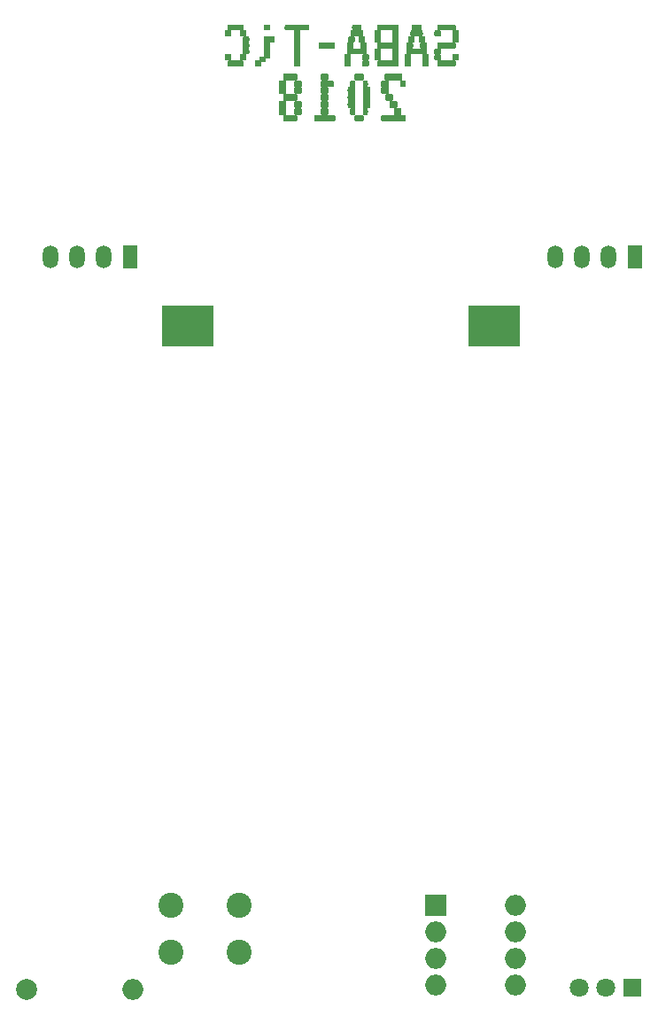
<source format=gbr>
G04 #@! TF.GenerationSoftware,KiCad,Pcbnew,5.0.0-fee4fd1~66~ubuntu18.04.1*
G04 #@! TF.CreationDate,2018-08-08T07:38:06+02:00*
G04 #@! TF.ProjectId,Saba-TIC18,536162612D54494331382E6B69636164,rev?*
G04 #@! TF.SameCoordinates,Original*
G04 #@! TF.FileFunction,Soldermask,Bot*
G04 #@! TF.FilePolarity,Negative*
%FSLAX46Y46*%
G04 Gerber Fmt 4.6, Leading zero omitted, Abs format (unit mm)*
G04 Created by KiCad (PCBNEW 5.0.0-fee4fd1~66~ubuntu18.04.1) date Wed Aug  8 07:38:06 2018*
%MOMM*%
%LPD*%
G01*
G04 APERTURE LIST*
%ADD10C,0.100000*%
%ADD11O,1.470000X2.200000*%
%ADD12R,1.470000X2.200000*%
%ADD13O,2.000000X2.000000*%
%ADD14C,2.000000*%
%ADD15C,1.800000*%
%ADD16R,1.800000X1.800000*%
%ADD17C,2.400000*%
%ADD18R,2.000000X2.000000*%
%ADD19R,4.940000X3.910000*%
G04 APERTURE END LIST*
D10*
G04 #@! TO.C,svg2mod*
G36*
X135651878Y-58778323D02*
X136342440Y-59107163D01*
X136368217Y-58943452D01*
X136375323Y-58778323D01*
X136368571Y-58613020D01*
X136342440Y-58449483D01*
X136368217Y-58285774D01*
X136375323Y-58120645D01*
X136368571Y-57955342D01*
X136342440Y-57791805D01*
X136753489Y-57791805D01*
X137164538Y-57791805D01*
X137138407Y-57955342D01*
X137131655Y-58120645D01*
X137138761Y-58285774D01*
X137164538Y-58449483D01*
X137138407Y-58613020D01*
X137131655Y-58778323D01*
X137138761Y-58943452D01*
X137164538Y-59107163D01*
X136753489Y-59107163D01*
X136342440Y-59107163D01*
X135651878Y-58778323D01*
X137164538Y-59764840D01*
X137138407Y-59928376D01*
X137131655Y-60093680D01*
X137138761Y-60258809D01*
X137164538Y-60422520D01*
X137138407Y-60586056D01*
X137131655Y-60751357D01*
X137138761Y-60916488D01*
X137164538Y-61080198D01*
X136753489Y-61080198D01*
X136342440Y-61080198D01*
X136368217Y-60916488D01*
X136375323Y-60751357D01*
X136368571Y-60586056D01*
X136342440Y-60422520D01*
X136368217Y-60258809D01*
X136375323Y-60093680D01*
X136368571Y-59928376D01*
X136342440Y-59764840D01*
X136753489Y-59764840D01*
X137164538Y-59764840D01*
X135651878Y-58778323D01*
X135658983Y-58943452D01*
X135684760Y-59107163D01*
X135890286Y-59107163D01*
X136095812Y-59107163D01*
X136069679Y-59270698D01*
X136062927Y-59436000D01*
X136070032Y-59601130D01*
X136095812Y-59764840D01*
X135890286Y-59764840D01*
X135684760Y-59764840D01*
X135658629Y-59928376D01*
X135651878Y-60093680D01*
X135658983Y-60258809D01*
X135684760Y-60422520D01*
X135658629Y-60586056D01*
X135651878Y-60751357D01*
X135658983Y-60916488D01*
X135684760Y-61080198D01*
X135890286Y-61080198D01*
X136095812Y-61080198D01*
X136069679Y-61243734D01*
X136062927Y-61409038D01*
X136070032Y-61574166D01*
X136095812Y-61737875D01*
X136753489Y-61737875D01*
X137411166Y-61737875D01*
X137436946Y-61574166D01*
X137444051Y-61409038D01*
X137437299Y-61243734D01*
X137411166Y-61080198D01*
X137616692Y-61080198D01*
X137822218Y-61080198D01*
X137847995Y-60916488D01*
X137855100Y-60751357D01*
X137848349Y-60586056D01*
X137822218Y-60422520D01*
X137847995Y-60258809D01*
X137855100Y-60093680D01*
X137848349Y-59928376D01*
X137822218Y-59764840D01*
X137616692Y-59764840D01*
X137411166Y-59764840D01*
X137436946Y-59601130D01*
X137444051Y-59436000D01*
X137437299Y-59270698D01*
X137411166Y-59107163D01*
X137616692Y-59107163D01*
X137822218Y-59107163D01*
X137847995Y-58943452D01*
X137855100Y-58778323D01*
X137848349Y-58613020D01*
X137822218Y-58449483D01*
X137847995Y-58285774D01*
X137855100Y-58120645D01*
X137848349Y-57955342D01*
X137822218Y-57791805D01*
X137616692Y-57791805D01*
X137411166Y-57791805D01*
X137436946Y-57628094D01*
X137444051Y-57462965D01*
X137437299Y-57297663D01*
X137411166Y-57134125D01*
X136753489Y-57134125D01*
X136095812Y-57134125D01*
X136069679Y-57297663D01*
X136062927Y-57462965D01*
X136070032Y-57628094D01*
X136095812Y-57791805D01*
X135890286Y-57791805D01*
X135684760Y-57791805D01*
X135658629Y-57955342D01*
X135651878Y-58120645D01*
X135658983Y-58285774D01*
X135684760Y-58449483D01*
X135658629Y-58613020D01*
X135651878Y-58778323D01*
X135651878Y-58778323D01*
G37*
G36*
X139058576Y-61080198D02*
X139032443Y-61243734D01*
X139025691Y-61409038D01*
X139032797Y-61574166D01*
X139058576Y-61737875D01*
X140045093Y-61737875D01*
X141031611Y-61737875D01*
X141057390Y-61574166D01*
X141064496Y-61409038D01*
X141057744Y-61243734D01*
X141031611Y-61080198D01*
X140702772Y-61080198D01*
X140373933Y-61080198D01*
X140399711Y-60916488D01*
X140406816Y-60751357D01*
X140400064Y-60586056D01*
X140373933Y-60422520D01*
X140399711Y-60258809D01*
X140406816Y-60093680D01*
X140400064Y-59928376D01*
X140373933Y-59764840D01*
X140399711Y-59601130D01*
X140406816Y-59436000D01*
X140400064Y-59270698D01*
X140373933Y-59107163D01*
X140399711Y-58943452D01*
X140406816Y-58778323D01*
X140400064Y-58613020D01*
X140373933Y-58449483D01*
X140620562Y-58449483D01*
X140867191Y-58449483D01*
X140892970Y-58285774D01*
X140900076Y-58120645D01*
X140893324Y-57955342D01*
X140867191Y-57791805D01*
X140620562Y-57791805D01*
X140373933Y-57791805D01*
X140399711Y-57628094D01*
X140406816Y-57462965D01*
X140400064Y-57297663D01*
X140373933Y-57134125D01*
X140045093Y-57134125D01*
X139716253Y-57134125D01*
X139690122Y-57297663D01*
X139683371Y-57462965D01*
X139690476Y-57628094D01*
X139716253Y-57791805D01*
X139690122Y-57955342D01*
X139683371Y-58120645D01*
X139690476Y-58285774D01*
X139716253Y-58449483D01*
X139690122Y-58613020D01*
X139683371Y-58778323D01*
X139690476Y-58943452D01*
X139716253Y-59107163D01*
X139690122Y-59270698D01*
X139683371Y-59436000D01*
X139690476Y-59601130D01*
X139716253Y-59764840D01*
X139690122Y-59928376D01*
X139683371Y-60093680D01*
X139690476Y-60258809D01*
X139716253Y-60422520D01*
X139690122Y-60586056D01*
X139683371Y-60751357D01*
X139690476Y-60916488D01*
X139716253Y-61080198D01*
X139387415Y-61080198D01*
X139058576Y-61080198D01*
X139058576Y-61080198D01*
G37*
G36*
X142892764Y-57462965D02*
X143747747Y-57791805D01*
X143721614Y-57955342D01*
X143714862Y-58120645D01*
X143721967Y-58285774D01*
X143747747Y-58449483D01*
X143721614Y-58613020D01*
X143714862Y-58778323D01*
X143721967Y-58943452D01*
X143747747Y-59107163D01*
X143721614Y-59270698D01*
X143714862Y-59436000D01*
X143721967Y-59601130D01*
X143747747Y-59764840D01*
X143721614Y-59928376D01*
X143714862Y-60093680D01*
X143721967Y-60258809D01*
X143747747Y-60422520D01*
X143721614Y-60586056D01*
X143714862Y-60751357D01*
X143721967Y-60916488D01*
X143747747Y-61080198D01*
X143953271Y-61080198D01*
X144158795Y-61080198D01*
X144184573Y-60916488D01*
X144191678Y-60751357D01*
X144184926Y-60586056D01*
X144158795Y-60422520D01*
X144282110Y-60422520D01*
X144405424Y-60422520D01*
X144431203Y-60258809D01*
X144438309Y-60093680D01*
X144431557Y-59928376D01*
X144405424Y-59764840D01*
X144431203Y-59601130D01*
X144438309Y-59436000D01*
X144431557Y-59270698D01*
X144405424Y-59107163D01*
X144431203Y-58943452D01*
X144438309Y-58778323D01*
X144431557Y-58613020D01*
X144405424Y-58449483D01*
X144282110Y-58449483D01*
X144158795Y-58449483D01*
X144184573Y-58285774D01*
X144191678Y-58120645D01*
X144184926Y-57955342D01*
X144158795Y-57791805D01*
X143953271Y-57791805D01*
X143747747Y-57791805D01*
X142892764Y-57462965D01*
X142925647Y-57791805D01*
X142720122Y-57791805D01*
X142514598Y-57791805D01*
X142488467Y-57955342D01*
X142481715Y-58120645D01*
X142488821Y-58285774D01*
X142514598Y-58449483D01*
X142391283Y-58449483D01*
X142267969Y-58449483D01*
X142241836Y-58613020D01*
X142235084Y-58778323D01*
X142242190Y-58943452D01*
X142267969Y-59107163D01*
X142241836Y-59270698D01*
X142235084Y-59436000D01*
X142242190Y-59601130D01*
X142267969Y-59764840D01*
X142241836Y-59928376D01*
X142235084Y-60093680D01*
X142242190Y-60258809D01*
X142267969Y-60422520D01*
X142391283Y-60422520D01*
X142514598Y-60422520D01*
X142488467Y-60586056D01*
X142481715Y-60751357D01*
X142488821Y-60916488D01*
X142514598Y-61080198D01*
X142720122Y-61080198D01*
X142925647Y-61080198D01*
X142951426Y-60916488D01*
X142958532Y-60751357D01*
X142951780Y-60586056D01*
X142925647Y-60422520D01*
X142951426Y-60258809D01*
X142958532Y-60093680D01*
X142951780Y-59928376D01*
X142925647Y-59764840D01*
X142951426Y-59601130D01*
X142958532Y-59436000D01*
X142951780Y-59270698D01*
X142925647Y-59107163D01*
X142951426Y-58943452D01*
X142958532Y-58778323D01*
X142951780Y-58613020D01*
X142925647Y-58449483D01*
X142951426Y-58285774D01*
X142958532Y-58120645D01*
X142951780Y-57955342D01*
X142925647Y-57791805D01*
X142892764Y-57462965D01*
X142899869Y-57628094D01*
X142925647Y-57791805D01*
X143336697Y-57791805D01*
X143336697Y-61080198D01*
X142925647Y-61080198D01*
X142899516Y-61243734D01*
X142892764Y-61409038D01*
X142899869Y-61574166D01*
X142925647Y-61737875D01*
X143336697Y-61737875D01*
X143747747Y-61737875D01*
X143773524Y-61574166D01*
X143780629Y-61409038D01*
X143773878Y-61243734D01*
X143747747Y-61080198D01*
X143336697Y-61080198D01*
X143336697Y-57791805D01*
X143747747Y-57791805D01*
X143773524Y-57628094D01*
X143780629Y-57462965D01*
X143773878Y-57297663D01*
X143747747Y-57134125D01*
X143336697Y-57134125D01*
X142925647Y-57134125D01*
X142899516Y-57297663D01*
X142892764Y-57462965D01*
X142892764Y-57462965D01*
G37*
G36*
X145444480Y-58778323D02*
X145451585Y-58943452D01*
X145477362Y-59107163D01*
X145682888Y-59107163D01*
X145888414Y-59107163D01*
X145862281Y-59270698D01*
X145855528Y-59436000D01*
X145862634Y-59601130D01*
X145888414Y-59764840D01*
X146093938Y-59764840D01*
X146299462Y-59764840D01*
X146273329Y-59928376D01*
X146266577Y-60093680D01*
X146273683Y-60258809D01*
X146299462Y-60422520D01*
X146504987Y-60422520D01*
X146710511Y-60422520D01*
X146684378Y-60586056D01*
X146677626Y-60751357D01*
X146684732Y-60916488D01*
X146710511Y-61080198D01*
X146093937Y-61080198D01*
X145477362Y-61080198D01*
X145451231Y-61243734D01*
X145444480Y-61409038D01*
X145451585Y-61574166D01*
X145477362Y-61737875D01*
X146628300Y-61737875D01*
X147779237Y-61737875D01*
X147805016Y-61574166D01*
X147812122Y-61409038D01*
X147805370Y-61243734D01*
X147779237Y-61080198D01*
X147573713Y-61080198D01*
X147368188Y-61080198D01*
X147393968Y-60916488D01*
X147401073Y-60751357D01*
X147394321Y-60586056D01*
X147368188Y-60422520D01*
X147162664Y-60422520D01*
X146957140Y-60422520D01*
X146982919Y-60258809D01*
X146990025Y-60093680D01*
X146983273Y-59928376D01*
X146957140Y-59764840D01*
X146751615Y-59764840D01*
X146546091Y-59764840D01*
X146571870Y-59601130D01*
X146578976Y-59436000D01*
X146572224Y-59270698D01*
X146546091Y-59107163D01*
X146340567Y-59107163D01*
X146135042Y-59107163D01*
X146160819Y-58943452D01*
X146167925Y-58778323D01*
X146161173Y-58613020D01*
X146135042Y-58449483D01*
X146160819Y-58285774D01*
X146167925Y-58120645D01*
X146161173Y-57955342D01*
X146135042Y-57791805D01*
X146710511Y-57791805D01*
X147285980Y-57791805D01*
X147259847Y-57955342D01*
X147253095Y-58120645D01*
X147260200Y-58285774D01*
X147285980Y-58449483D01*
X147532608Y-58449483D01*
X147779237Y-58449483D01*
X147805016Y-58285774D01*
X147812122Y-58120645D01*
X147805370Y-57955342D01*
X147779237Y-57791805D01*
X147614818Y-57791805D01*
X147450400Y-57791805D01*
X147476177Y-57628094D01*
X147483282Y-57462965D01*
X147476531Y-57297663D01*
X147450400Y-57134125D01*
X146628301Y-57134125D01*
X145806202Y-57134125D01*
X145780071Y-57297663D01*
X145773320Y-57462965D01*
X145780425Y-57628094D01*
X145806202Y-57791805D01*
X145641782Y-57791805D01*
X145477362Y-57791805D01*
X145451231Y-57955342D01*
X145444480Y-58120645D01*
X145451585Y-58285774D01*
X145477362Y-58449483D01*
X145451231Y-58613020D01*
X145444480Y-58778323D01*
X145444480Y-58778323D01*
G37*
G36*
X150555733Y-54726580D02*
X150543909Y-54783309D01*
X150535908Y-54840126D01*
X150530796Y-54897347D01*
X150528034Y-54954846D01*
X150527187Y-55012380D01*
X150528113Y-55070057D01*
X150531071Y-55127752D01*
X150536337Y-55184682D01*
X150544398Y-55241676D01*
X150555754Y-55298183D01*
X150543930Y-55354912D01*
X150535929Y-55411734D01*
X150530817Y-55468956D01*
X150528055Y-55526452D01*
X150527209Y-55583989D01*
X150528135Y-55641665D01*
X150531093Y-55699357D01*
X150536358Y-55756291D01*
X150544420Y-55813284D01*
X150555773Y-55869791D01*
X150612896Y-55869791D01*
X150669640Y-55869791D01*
X150727316Y-55869791D01*
X150784313Y-55869791D01*
X150841548Y-55869791D01*
X150829724Y-55926523D01*
X150821723Y-55983337D01*
X150816611Y-56040559D01*
X150813849Y-56098058D01*
X150813002Y-56155594D01*
X150813928Y-56213268D01*
X150816887Y-56270958D01*
X150822154Y-56327894D01*
X150830214Y-56384888D01*
X150841569Y-56441395D01*
X151184452Y-56441395D01*
X151527553Y-56441395D01*
X151870188Y-56441395D01*
X152213414Y-56441395D01*
X152556372Y-56441395D01*
X152567677Y-56385179D01*
X152575729Y-56328399D01*
X152581070Y-56270802D01*
X152584028Y-56212850D01*
X152584955Y-56155594D01*
X152584108Y-56098336D01*
X152581346Y-56040665D01*
X152576252Y-55983583D01*
X152568217Y-55926500D01*
X152556398Y-55869791D01*
X152613649Y-55869791D01*
X152670393Y-55869791D01*
X152728071Y-55869791D01*
X152785068Y-55869791D01*
X152842305Y-55869791D01*
X152853611Y-55813578D01*
X152861662Y-55756793D01*
X152866999Y-55699196D01*
X152869957Y-55641250D01*
X152870883Y-55583989D01*
X152870036Y-55526733D01*
X152867274Y-55469062D01*
X152862180Y-55411978D01*
X152854145Y-55354894D01*
X152842326Y-55298183D01*
X152728026Y-55298183D01*
X152613365Y-55298183D01*
X152499223Y-55298183D01*
X152385210Y-55298183D01*
X152270718Y-55298183D01*
X152258893Y-55354912D01*
X152250892Y-55411734D01*
X152245778Y-55468956D01*
X152243016Y-55526452D01*
X152242169Y-55583989D01*
X152243095Y-55641665D01*
X152246053Y-55699357D01*
X152251318Y-55756291D01*
X152259380Y-55813284D01*
X152270734Y-55869791D01*
X152042136Y-55869791D01*
X151813402Y-55869791D01*
X151584980Y-55869791D01*
X151356163Y-55869791D01*
X151127525Y-55869791D01*
X151138831Y-55813578D01*
X151146885Y-55756793D01*
X151152227Y-55699196D01*
X151155185Y-55641250D01*
X151156111Y-55583989D01*
X151155264Y-55526733D01*
X151152502Y-55469062D01*
X151147408Y-55411978D01*
X151139373Y-55354894D01*
X151127554Y-55298183D01*
X151138860Y-55241972D01*
X151146914Y-55185190D01*
X151152256Y-55127590D01*
X151155214Y-55069639D01*
X151156140Y-55012380D01*
X151155293Y-54955122D01*
X151152531Y-54897453D01*
X151147443Y-54840369D01*
X151139407Y-54783288D01*
X151127589Y-54726580D01*
X151413335Y-54726580D01*
X151699252Y-54726580D01*
X151984780Y-54726580D01*
X152270801Y-54726580D01*
X152556599Y-54726580D01*
X152567904Y-54670361D01*
X152575958Y-54613582D01*
X152581300Y-54555984D01*
X152584258Y-54498033D01*
X152585184Y-54440777D01*
X152584338Y-54383521D01*
X152581575Y-54325845D01*
X152576482Y-54268766D01*
X152568447Y-54211682D01*
X152556628Y-54154974D01*
X152613818Y-54154974D01*
X152670563Y-54154974D01*
X152728240Y-54154974D01*
X152785238Y-54154974D01*
X152842475Y-54154974D01*
X152853780Y-54098758D01*
X152861832Y-54041978D01*
X152867166Y-53984381D01*
X152870124Y-53926430D01*
X152871050Y-53869174D01*
X152870203Y-53811913D01*
X152867441Y-53754244D01*
X152862348Y-53697163D01*
X152854312Y-53640079D01*
X152842493Y-53583368D01*
X152853799Y-53527152D01*
X152861850Y-53470373D01*
X152867187Y-53412770D01*
X152870145Y-53354821D01*
X152871071Y-53297565D01*
X152870224Y-53240304D01*
X152867462Y-53182633D01*
X152862369Y-53125554D01*
X152854333Y-53068468D01*
X152842514Y-53011762D01*
X152785364Y-53011762D01*
X152728619Y-53011762D01*
X152670942Y-53011762D01*
X152613944Y-53011762D01*
X152556708Y-53011762D01*
X152568014Y-52955546D01*
X152576065Y-52898767D01*
X152581407Y-52841164D01*
X152584365Y-52783218D01*
X152585291Y-52725959D01*
X152584444Y-52668701D01*
X152581682Y-52611030D01*
X152576589Y-52553949D01*
X152568554Y-52496867D01*
X152556735Y-52440159D01*
X152213837Y-52440159D01*
X151870736Y-52440159D01*
X151528101Y-52440159D01*
X151184875Y-52440159D01*
X150841918Y-52440159D01*
X150830093Y-52496889D01*
X150822092Y-52553705D01*
X150816981Y-52610927D01*
X150814218Y-52668426D01*
X150813372Y-52725959D01*
X150814298Y-52783636D01*
X150817256Y-52841326D01*
X150822521Y-52898261D01*
X150830583Y-52955255D01*
X150841939Y-53011762D01*
X150784789Y-53011762D01*
X150728046Y-53011762D01*
X150670369Y-53011762D01*
X150613372Y-53011762D01*
X150556137Y-53011762D01*
X150544313Y-53068492D01*
X150536312Y-53125308D01*
X150531197Y-53182530D01*
X150528435Y-53240029D01*
X150527588Y-53297565D01*
X150528514Y-53355242D01*
X150531473Y-53412937D01*
X150536738Y-53469865D01*
X150544800Y-53526861D01*
X150556153Y-53583368D01*
X150670395Y-53583368D01*
X150785056Y-53583368D01*
X150899199Y-53583368D01*
X151013212Y-53583368D01*
X151127704Y-53583368D01*
X151139010Y-53527152D01*
X151147061Y-53470373D01*
X151152403Y-53412770D01*
X151155361Y-53354821D01*
X151156287Y-53297565D01*
X151155441Y-53240304D01*
X151152678Y-53182633D01*
X151147585Y-53125554D01*
X151139550Y-53068468D01*
X151127731Y-53011762D01*
X151356329Y-53011762D01*
X151585062Y-53011762D01*
X151813485Y-53011762D01*
X152042301Y-53011762D01*
X152270939Y-53011762D01*
X152259115Y-53068492D01*
X152251114Y-53125308D01*
X152246000Y-53182530D01*
X152243237Y-53240029D01*
X152242391Y-53297565D01*
X152243317Y-53355242D01*
X152246275Y-53412937D01*
X152251540Y-53469865D01*
X152259602Y-53526861D01*
X152270958Y-53583368D01*
X152259134Y-53640095D01*
X152251133Y-53696917D01*
X152246018Y-53754138D01*
X152243256Y-53811637D01*
X152242409Y-53869174D01*
X152243335Y-53926848D01*
X152246293Y-53984537D01*
X152251559Y-54041473D01*
X152259620Y-54098467D01*
X152270974Y-54154974D01*
X151985226Y-54154974D01*
X151699308Y-54154974D01*
X151413779Y-54154974D01*
X151127757Y-54154974D01*
X150841959Y-54154974D01*
X150830135Y-54211703D01*
X150822134Y-54268520D01*
X150817019Y-54325744D01*
X150814257Y-54383241D01*
X150813410Y-54440777D01*
X150814336Y-54498453D01*
X150817294Y-54556143D01*
X150822560Y-54613079D01*
X150830622Y-54670073D01*
X150841977Y-54726580D01*
X150784828Y-54726580D01*
X150728084Y-54726580D01*
X150670408Y-54726580D01*
X150613411Y-54726580D01*
X150556175Y-54726580D01*
X150555733Y-54726580D01*
X150555733Y-54726580D01*
G37*
G36*
X147666336Y-55583989D02*
X147667262Y-55641665D01*
X148481111Y-54726580D01*
X148492416Y-54670361D01*
X148500470Y-54613582D01*
X148505812Y-54555984D01*
X148508770Y-54498033D01*
X148509696Y-54440777D01*
X148508849Y-54383521D01*
X148506087Y-54325845D01*
X148500999Y-54268766D01*
X148492964Y-54211682D01*
X148481145Y-54154974D01*
X148510064Y-54154974D01*
X148538421Y-54154974D01*
X148566713Y-54154974D01*
X148595307Y-54154974D01*
X148624045Y-54154974D01*
X148635350Y-54098758D01*
X148643402Y-54041978D01*
X148648744Y-53984381D01*
X148651702Y-53926430D01*
X148652628Y-53869174D01*
X148651781Y-53811913D01*
X148649019Y-53754244D01*
X148643926Y-53697163D01*
X148635890Y-53640079D01*
X148624071Y-53583368D01*
X148709795Y-53583368D01*
X148795791Y-53583368D01*
X148881398Y-53583368D01*
X148966907Y-53583368D01*
X149052777Y-53583368D01*
X149040953Y-53640095D01*
X149032952Y-53696917D01*
X149027837Y-53754138D01*
X149025075Y-53811637D01*
X149024228Y-53869174D01*
X149025154Y-53926848D01*
X149028112Y-53984537D01*
X149033378Y-54041473D01*
X149041440Y-54098467D01*
X149052793Y-54154974D01*
X149081712Y-54154974D01*
X149110069Y-54154974D01*
X149138367Y-54154974D01*
X149166964Y-54154974D01*
X149195702Y-54154974D01*
X149183878Y-54211703D01*
X149175877Y-54268520D01*
X149170763Y-54325744D01*
X149168001Y-54383241D01*
X149167154Y-54440777D01*
X149168080Y-54498453D01*
X149171038Y-54556143D01*
X149176303Y-54613079D01*
X149184365Y-54670073D01*
X149195718Y-54726580D01*
X149052844Y-54726580D01*
X148909519Y-54726580D01*
X148766841Y-54726580D01*
X148624326Y-54726580D01*
X148481211Y-54726580D01*
X148481111Y-54726580D01*
X147667262Y-55641665D01*
X147670220Y-55699357D01*
X147675485Y-55756291D01*
X147683547Y-55813284D01*
X147694900Y-55869791D01*
X147683076Y-55926523D01*
X147675075Y-55983337D01*
X147669963Y-56040559D01*
X147667201Y-56098058D01*
X147666354Y-56155594D01*
X147667281Y-56213268D01*
X147670239Y-56270958D01*
X147675504Y-56327894D01*
X147683566Y-56384888D01*
X147694922Y-56441395D01*
X147809220Y-56441395D01*
X147923880Y-56441395D01*
X148038022Y-56441395D01*
X148152034Y-56441395D01*
X148266525Y-56441395D01*
X148277831Y-56385179D01*
X148285882Y-56328399D01*
X148291224Y-56270802D01*
X148294182Y-56212850D01*
X148295108Y-56155594D01*
X148294262Y-56098336D01*
X148291500Y-56040665D01*
X148286412Y-55983583D01*
X148278376Y-55926500D01*
X148266557Y-55869791D01*
X148277863Y-55813578D01*
X148285914Y-55756793D01*
X148291256Y-55699196D01*
X148294214Y-55641250D01*
X148295140Y-55583989D01*
X148294294Y-55526733D01*
X148291531Y-55469062D01*
X148286443Y-55411978D01*
X148278408Y-55354894D01*
X148266589Y-55298183D01*
X148495187Y-55298183D01*
X148723922Y-55298183D01*
X148952345Y-55298183D01*
X149181163Y-55298183D01*
X149409802Y-55298183D01*
X149397977Y-55354912D01*
X149389976Y-55411734D01*
X149384865Y-55468956D01*
X149382102Y-55526452D01*
X149381256Y-55583989D01*
X149382182Y-55641665D01*
X149385140Y-55699357D01*
X149390405Y-55756291D01*
X149398467Y-55813284D01*
X149409823Y-55869791D01*
X149397999Y-55926523D01*
X149389998Y-55983337D01*
X149384886Y-56040559D01*
X149382124Y-56098058D01*
X149381277Y-56155594D01*
X149382203Y-56213268D01*
X149385161Y-56270958D01*
X149390426Y-56327894D01*
X149398488Y-56384888D01*
X149409841Y-56441395D01*
X149523953Y-56441395D01*
X149638613Y-56441395D01*
X149752755Y-56441395D01*
X149866767Y-56441395D01*
X149981259Y-56441395D01*
X149992564Y-56385179D01*
X150000615Y-56328399D01*
X150005957Y-56270802D01*
X150008915Y-56212850D01*
X150009841Y-56155594D01*
X150008995Y-56098336D01*
X150006233Y-56040665D01*
X150001139Y-55983583D01*
X149993104Y-55926500D01*
X149981285Y-55869791D01*
X149992591Y-55813578D01*
X150000645Y-55756793D01*
X150005986Y-55699196D01*
X150008945Y-55641250D01*
X150009871Y-55583989D01*
X150009024Y-55526733D01*
X150006262Y-55469062D01*
X150001174Y-55411978D01*
X149993138Y-55354894D01*
X149981319Y-55298183D01*
X149938456Y-55298183D01*
X149895897Y-55298183D01*
X149853342Y-55298183D01*
X149810283Y-55298183D01*
X149766969Y-55298183D01*
X149778274Y-55241972D01*
X149786328Y-55185190D01*
X149791670Y-55127590D01*
X149794628Y-55069639D01*
X149795554Y-55012380D01*
X149794708Y-54955122D01*
X149791945Y-54897453D01*
X149786852Y-54840369D01*
X149778817Y-54783288D01*
X149766998Y-54726580D01*
X149778304Y-54670361D01*
X149786355Y-54613582D01*
X149791697Y-54555984D01*
X149794655Y-54498033D01*
X149795581Y-54440777D01*
X149794734Y-54383521D01*
X149791972Y-54325845D01*
X149786879Y-54268766D01*
X149778843Y-54211682D01*
X149767024Y-54154974D01*
X149738105Y-54154974D01*
X149709748Y-54154974D01*
X149681450Y-54154974D01*
X149652853Y-54154974D01*
X149624115Y-54154974D01*
X149635420Y-54098758D01*
X149643474Y-54041978D01*
X149648816Y-53984381D01*
X149651774Y-53926430D01*
X149652700Y-53869174D01*
X149651854Y-53811913D01*
X149649091Y-53754244D01*
X149644003Y-53697163D01*
X149635968Y-53640079D01*
X149624149Y-53583368D01*
X149581285Y-53583368D01*
X149538726Y-53583368D01*
X149496172Y-53583368D01*
X149453113Y-53583368D01*
X149409799Y-53583368D01*
X149421104Y-53527152D01*
X149429158Y-53470373D01*
X149434500Y-53412770D01*
X149437458Y-53354821D01*
X149438384Y-53297565D01*
X149437537Y-53240304D01*
X149434775Y-53182633D01*
X149429682Y-53125554D01*
X149421647Y-53068468D01*
X149409828Y-53011762D01*
X149380908Y-53011762D01*
X149352551Y-53011762D01*
X149324253Y-53011762D01*
X149295656Y-53011762D01*
X149266918Y-53011762D01*
X149278223Y-52955546D01*
X149286277Y-52898767D01*
X149291619Y-52841164D01*
X149294577Y-52783218D01*
X149295503Y-52725959D01*
X149294657Y-52668701D01*
X149291894Y-52611030D01*
X149286801Y-52553949D01*
X149278766Y-52496867D01*
X149266947Y-52440159D01*
X149095498Y-52440159D01*
X148924388Y-52440159D01*
X148752967Y-52440159D01*
X148581651Y-52440159D01*
X148409541Y-52440159D01*
X148397716Y-52496889D01*
X148389715Y-52553705D01*
X148384601Y-52610927D01*
X148381839Y-52668426D01*
X148380992Y-52725959D01*
X148381918Y-52783636D01*
X148384876Y-52841326D01*
X148390141Y-52898261D01*
X148398203Y-52955255D01*
X148409557Y-53011762D01*
X148380637Y-53011762D01*
X148352280Y-53011762D01*
X148323982Y-53011762D01*
X148295385Y-53011762D01*
X148266647Y-53011762D01*
X148254823Y-53068492D01*
X148246822Y-53125308D01*
X148241710Y-53182530D01*
X148238948Y-53240029D01*
X148238101Y-53297565D01*
X148239027Y-53355242D01*
X148241985Y-53412937D01*
X148247250Y-53469865D01*
X148255312Y-53526861D01*
X148266668Y-53583368D01*
X148223804Y-53583368D01*
X148181246Y-53583368D01*
X148138692Y-53583368D01*
X148095632Y-53583368D01*
X148052318Y-53583368D01*
X148040494Y-53640095D01*
X148032493Y-53696917D01*
X148027378Y-53754138D01*
X148024616Y-53811637D01*
X148023769Y-53869174D01*
X148024696Y-53926848D01*
X148027654Y-53984537D01*
X148032919Y-54041473D01*
X148040981Y-54098467D01*
X148052337Y-54154974D01*
X148023417Y-54154974D01*
X147995060Y-54154974D01*
X147966762Y-54154974D01*
X147938165Y-54154974D01*
X147909427Y-54154974D01*
X147897603Y-54211703D01*
X147889602Y-54268520D01*
X147884490Y-54325744D01*
X147881728Y-54383241D01*
X147880881Y-54440777D01*
X147881807Y-54498453D01*
X147884765Y-54556143D01*
X147890030Y-54613079D01*
X147898092Y-54670073D01*
X147909448Y-54726580D01*
X147897624Y-54783309D01*
X147889623Y-54840126D01*
X147884511Y-54897347D01*
X147881749Y-54954846D01*
X147880902Y-55012380D01*
X147881828Y-55070057D01*
X147884786Y-55127752D01*
X147890054Y-55184682D01*
X147898113Y-55241676D01*
X147909469Y-55298183D01*
X147866605Y-55298183D01*
X147824046Y-55298183D01*
X147781492Y-55298183D01*
X147738433Y-55298183D01*
X147695119Y-55298183D01*
X147683294Y-55354912D01*
X147675293Y-55411734D01*
X147670182Y-55468956D01*
X147667419Y-55526452D01*
X147666573Y-55583989D01*
X147666336Y-55583989D01*
X147666336Y-55583989D01*
G37*
G36*
X144805513Y-53869174D02*
X145405874Y-54154974D01*
X145417179Y-54098758D01*
X145425233Y-54041978D01*
X145430575Y-53984381D01*
X145433533Y-53926430D01*
X145434459Y-53869174D01*
X145433612Y-53811913D01*
X145430850Y-53754244D01*
X145425762Y-53697163D01*
X145417727Y-53640079D01*
X145405908Y-53583368D01*
X145417214Y-53527152D01*
X145425265Y-53470373D01*
X145430607Y-53412770D01*
X145433565Y-53354821D01*
X145434491Y-53297565D01*
X145433644Y-53240304D01*
X145430882Y-53182633D01*
X145425789Y-53125554D01*
X145417753Y-53068468D01*
X145405934Y-53011762D01*
X145634533Y-53011762D01*
X145863267Y-53011762D01*
X146091690Y-53011762D01*
X146320508Y-53011762D01*
X146549147Y-53011762D01*
X146537323Y-53068492D01*
X146529322Y-53125308D01*
X146524208Y-53182530D01*
X146521445Y-53240029D01*
X146520599Y-53297565D01*
X146521525Y-53355242D01*
X146524483Y-53412937D01*
X146529748Y-53469865D01*
X146537810Y-53526861D01*
X146549163Y-53583368D01*
X146537339Y-53640095D01*
X146529338Y-53696917D01*
X146524223Y-53754138D01*
X146521461Y-53811637D01*
X146520614Y-53869174D01*
X146521541Y-53926848D01*
X146524499Y-53984537D01*
X146529764Y-54041473D01*
X146537826Y-54098467D01*
X146549182Y-54154974D01*
X146320582Y-54154974D01*
X146091848Y-54154974D01*
X145863425Y-54154974D01*
X145634607Y-54154974D01*
X145405968Y-54154974D01*
X145405874Y-54154974D01*
X144805513Y-53869174D01*
X145863328Y-54726580D01*
X146091751Y-54726580D01*
X146320569Y-54726580D01*
X146549207Y-54726580D01*
X146537383Y-54783309D01*
X146529382Y-54840126D01*
X146524270Y-54897347D01*
X146521508Y-54954846D01*
X146520662Y-55012380D01*
X146521588Y-55070057D01*
X146524546Y-55127752D01*
X146529811Y-55184682D01*
X146537873Y-55241676D01*
X146549229Y-55298183D01*
X146537404Y-55354912D01*
X146529403Y-55411734D01*
X146524292Y-55468956D01*
X146521529Y-55526452D01*
X146520683Y-55583989D01*
X146521609Y-55641665D01*
X146524567Y-55699357D01*
X146529837Y-55756291D01*
X146537899Y-55813284D01*
X146549255Y-55869791D01*
X146320656Y-55869791D01*
X146091922Y-55869791D01*
X145863498Y-55869791D01*
X145634681Y-55869791D01*
X145406042Y-55869791D01*
X145417348Y-55813578D01*
X145425402Y-55756793D01*
X145430744Y-55699196D01*
X145433702Y-55641250D01*
X145434628Y-55583989D01*
X145433781Y-55526733D01*
X145431019Y-55469062D01*
X145425931Y-55411978D01*
X145417896Y-55354894D01*
X145406077Y-55298183D01*
X145405968Y-55298183D01*
X145417274Y-55241972D01*
X145425325Y-55185190D01*
X145430667Y-55127590D01*
X145433625Y-55069639D01*
X145434551Y-55012380D01*
X145433705Y-54955122D01*
X145430942Y-54897453D01*
X145425849Y-54840369D01*
X145417814Y-54783288D01*
X145405995Y-54726580D01*
X145634593Y-54726580D01*
X145863328Y-54726580D01*
X144805513Y-53869174D01*
X144806439Y-53926848D01*
X144809397Y-53984537D01*
X144814668Y-54041473D01*
X144822727Y-54098467D01*
X144834083Y-54154974D01*
X144891232Y-54154974D01*
X144947976Y-54154974D01*
X145005652Y-54154974D01*
X145062649Y-54154974D01*
X145119885Y-54154974D01*
X145108060Y-54211703D01*
X145100059Y-54268520D01*
X145094945Y-54325744D01*
X145092183Y-54383241D01*
X145091336Y-54440777D01*
X145092262Y-54498453D01*
X145095220Y-54556143D01*
X145100491Y-54613079D01*
X145108553Y-54670073D01*
X145119906Y-54726580D01*
X145062756Y-54726580D01*
X145006013Y-54726580D01*
X144948336Y-54726580D01*
X144891339Y-54726580D01*
X144834104Y-54726580D01*
X144822280Y-54783309D01*
X144814279Y-54840126D01*
X144809167Y-54897347D01*
X144806405Y-54954846D01*
X144805558Y-55012380D01*
X144806484Y-55070057D01*
X144809442Y-55127752D01*
X144814707Y-55184682D01*
X144822769Y-55241676D01*
X144834123Y-55298183D01*
X144822298Y-55354912D01*
X144814297Y-55411734D01*
X144809183Y-55468956D01*
X144806421Y-55526452D01*
X144805574Y-55583989D01*
X144806500Y-55641665D01*
X144809458Y-55699357D01*
X144814726Y-55756291D01*
X144822788Y-55813284D01*
X144834144Y-55869791D01*
X144891243Y-55869791D01*
X144947987Y-55869791D01*
X145005663Y-55869791D01*
X145062660Y-55869791D01*
X145119896Y-55869791D01*
X145108071Y-55926523D01*
X145100070Y-55983337D01*
X145094956Y-56040559D01*
X145092194Y-56098058D01*
X145091347Y-56155594D01*
X145092273Y-56213268D01*
X145095231Y-56270958D01*
X145100499Y-56327894D01*
X145108561Y-56384888D01*
X145119914Y-56441395D01*
X145519819Y-56441395D01*
X145920104Y-56441395D01*
X146319844Y-56441395D01*
X146720274Y-56441395D01*
X147120391Y-56441395D01*
X147131697Y-56385179D01*
X147139751Y-56328399D01*
X147145093Y-56270802D01*
X147148051Y-56212850D01*
X147148977Y-56155594D01*
X147148130Y-56098336D01*
X147145368Y-56040665D01*
X147140280Y-55983583D01*
X147132245Y-55926500D01*
X147120426Y-55869791D01*
X147131731Y-55813578D01*
X147139783Y-55756793D01*
X147145125Y-55699196D01*
X147148083Y-55641250D01*
X147149009Y-55583989D01*
X147148162Y-55526733D01*
X147145400Y-55469062D01*
X147140306Y-55411978D01*
X147132271Y-55354894D01*
X147120452Y-55298183D01*
X147131758Y-55241972D01*
X147139809Y-55185190D01*
X147145151Y-55127590D01*
X147148109Y-55069639D01*
X147149035Y-55012380D01*
X147148188Y-54955122D01*
X147145426Y-54897453D01*
X147140333Y-54840369D01*
X147132298Y-54783288D01*
X147120479Y-54726580D01*
X147131784Y-54670361D01*
X147139838Y-54613582D01*
X147145180Y-54555984D01*
X147148138Y-54498033D01*
X147149064Y-54440777D01*
X147148217Y-54383521D01*
X147145455Y-54325845D01*
X147140367Y-54268766D01*
X147132332Y-54211682D01*
X147120513Y-54154974D01*
X147131819Y-54098758D01*
X147139870Y-54041978D01*
X147145212Y-53984381D01*
X147148170Y-53926430D01*
X147149096Y-53869174D01*
X147148249Y-53811913D01*
X147145487Y-53754244D01*
X147140394Y-53697163D01*
X147132358Y-53640079D01*
X147120539Y-53583368D01*
X147131845Y-53527152D01*
X147139899Y-53470373D01*
X147145241Y-53412770D01*
X147148199Y-53354821D01*
X147149125Y-53297565D01*
X147148278Y-53240304D01*
X147145516Y-53182633D01*
X147140428Y-53125554D01*
X147132393Y-53068468D01*
X147120574Y-53011762D01*
X147131879Y-52955546D01*
X147139933Y-52898767D01*
X147145275Y-52841164D01*
X147148233Y-52783218D01*
X147149159Y-52725959D01*
X147148313Y-52668701D01*
X147145550Y-52611030D01*
X147140463Y-52553949D01*
X147132427Y-52496867D01*
X147120608Y-52440159D01*
X146720561Y-52440159D01*
X146320276Y-52440159D01*
X145920537Y-52440159D01*
X145520106Y-52440159D01*
X145119989Y-52440159D01*
X145108165Y-52496889D01*
X145100164Y-52553705D01*
X145095052Y-52610927D01*
X145092290Y-52668426D01*
X145091443Y-52725959D01*
X145092369Y-52783636D01*
X145095327Y-52841326D01*
X145100598Y-52898261D01*
X145108660Y-52955255D01*
X145120013Y-53011762D01*
X145062864Y-53011762D01*
X145006119Y-53011762D01*
X144948443Y-53011762D01*
X144891446Y-53011762D01*
X144834211Y-53011762D01*
X144822387Y-53068492D01*
X144814386Y-53125308D01*
X144809274Y-53182530D01*
X144806512Y-53240029D01*
X144805665Y-53297565D01*
X144806591Y-53355242D01*
X144809549Y-53412937D01*
X144814814Y-53469865D01*
X144822876Y-53526861D01*
X144834232Y-53583368D01*
X144822408Y-53640095D01*
X144814407Y-53696917D01*
X144809295Y-53754138D01*
X144806533Y-53811637D01*
X144805686Y-53869174D01*
X144805513Y-53869174D01*
X144805513Y-53869174D01*
G37*
G36*
X141944696Y-55583989D02*
X141945490Y-55641665D01*
X142759465Y-54726580D01*
X142770762Y-54670361D01*
X142778806Y-54613582D01*
X142784150Y-54555984D01*
X142787114Y-54498033D01*
X142787907Y-54440777D01*
X142787114Y-54383521D01*
X142784362Y-54325845D01*
X142779282Y-54268766D01*
X142771239Y-54211682D01*
X142759412Y-54154974D01*
X142788331Y-54154974D01*
X142816686Y-54154974D01*
X142844986Y-54154974D01*
X142873582Y-54154974D01*
X142902321Y-54154974D01*
X142913619Y-54098758D01*
X142921662Y-54041978D01*
X142927007Y-53984381D01*
X142929970Y-53926430D01*
X142930764Y-53869174D01*
X142929970Y-53811913D01*
X142927218Y-53754244D01*
X142922138Y-53697163D01*
X142914095Y-53640079D01*
X142902268Y-53583368D01*
X142987990Y-53583368D01*
X143073986Y-53583368D01*
X143159592Y-53583368D01*
X143245101Y-53583368D01*
X143330969Y-53583368D01*
X143319145Y-53640095D01*
X143311144Y-53696917D01*
X143306032Y-53754138D01*
X143303270Y-53811637D01*
X143302423Y-53869174D01*
X143303349Y-53926848D01*
X143306308Y-53984537D01*
X143311573Y-54041473D01*
X143319635Y-54098467D01*
X143330990Y-54154974D01*
X143360037Y-54154974D01*
X143388394Y-54154974D01*
X143416692Y-54154974D01*
X143445289Y-54154974D01*
X143474028Y-54154974D01*
X143462203Y-54211703D01*
X143454202Y-54268520D01*
X143449088Y-54325744D01*
X143446326Y-54383241D01*
X143445479Y-54440777D01*
X143446405Y-54498453D01*
X143449363Y-54556143D01*
X143454634Y-54613079D01*
X143462696Y-54670073D01*
X143474051Y-54726580D01*
X143331177Y-54726580D01*
X143187852Y-54726580D01*
X143045174Y-54726580D01*
X142902657Y-54726580D01*
X142759544Y-54726580D01*
X142759465Y-54726580D01*
X141945490Y-55641665D01*
X141948453Y-55699357D01*
X141953718Y-55756291D01*
X141961788Y-55813284D01*
X141973139Y-55869791D01*
X141961312Y-55926523D01*
X141953322Y-55983337D01*
X141948215Y-56040559D01*
X141945463Y-56098058D01*
X141944670Y-56155594D01*
X141945463Y-56213268D01*
X141948427Y-56270958D01*
X141953692Y-56327894D01*
X141961762Y-56384888D01*
X141973112Y-56441395D01*
X142087410Y-56441395D01*
X142202072Y-56441395D01*
X142316213Y-56441395D01*
X142430228Y-56441395D01*
X142544721Y-56441395D01*
X142556019Y-56385179D01*
X142564062Y-56328399D01*
X142569406Y-56270802D01*
X142572370Y-56212850D01*
X142573164Y-56155594D01*
X142572370Y-56098336D01*
X142569618Y-56040665D01*
X142564538Y-55983583D01*
X142556495Y-55926500D01*
X142544668Y-55869791D01*
X142555966Y-55813578D01*
X142564009Y-55756793D01*
X142569354Y-55699196D01*
X142572317Y-55641250D01*
X142573111Y-55583989D01*
X142572317Y-55526733D01*
X142569565Y-55469062D01*
X142564485Y-55411978D01*
X142556442Y-55354894D01*
X142544615Y-55298183D01*
X142773212Y-55298183D01*
X143001947Y-55298183D01*
X143230369Y-55298183D01*
X143459186Y-55298183D01*
X143687823Y-55298183D01*
X143675999Y-55354912D01*
X143667998Y-55411734D01*
X143662886Y-55468956D01*
X143660124Y-55526452D01*
X143659278Y-55583989D01*
X143660204Y-55641665D01*
X143663162Y-55699357D01*
X143668432Y-55756291D01*
X143676491Y-55813284D01*
X143687847Y-55869791D01*
X143676023Y-55926523D01*
X143668022Y-55983337D01*
X143662910Y-56040559D01*
X143660148Y-56098058D01*
X143659301Y-56155594D01*
X143660227Y-56213268D01*
X143663185Y-56270958D01*
X143668451Y-56327894D01*
X143676513Y-56384888D01*
X143687868Y-56441395D01*
X143802414Y-56441395D01*
X143917076Y-56441395D01*
X144031218Y-56441395D01*
X144145231Y-56441395D01*
X144259723Y-56441395D01*
X144271029Y-56385179D01*
X144279083Y-56328399D01*
X144284425Y-56270802D01*
X144287383Y-56212850D01*
X144288309Y-56155594D01*
X144287462Y-56098336D01*
X144284700Y-56040665D01*
X144279612Y-55983583D01*
X144271577Y-55926500D01*
X144259758Y-55869791D01*
X144271064Y-55813578D01*
X144279115Y-55756793D01*
X144284457Y-55699196D01*
X144287415Y-55641250D01*
X144288341Y-55583989D01*
X144287494Y-55526733D01*
X144284732Y-55469062D01*
X144279644Y-55411978D01*
X144271609Y-55354894D01*
X144259790Y-55298183D01*
X144216926Y-55298183D01*
X144174367Y-55298183D01*
X144131808Y-55298183D01*
X144088749Y-55298183D01*
X144045435Y-55298183D01*
X144056740Y-55241972D01*
X144064791Y-55185190D01*
X144070133Y-55127590D01*
X144073091Y-55069639D01*
X144074017Y-55012380D01*
X144073171Y-54955122D01*
X144070409Y-54897453D01*
X144065315Y-54840369D01*
X144057280Y-54783288D01*
X144045461Y-54726580D01*
X144056767Y-54670361D01*
X144064818Y-54613582D01*
X144070160Y-54555984D01*
X144073118Y-54498033D01*
X144074044Y-54440777D01*
X144073197Y-54383521D01*
X144070435Y-54325845D01*
X144065342Y-54268766D01*
X144057306Y-54211682D01*
X144045487Y-54154974D01*
X144016572Y-54154974D01*
X143988214Y-54154974D01*
X143959923Y-54154974D01*
X143931329Y-54154974D01*
X143902591Y-54154974D01*
X143913897Y-54098758D01*
X143921951Y-54041978D01*
X143927293Y-53984381D01*
X143930251Y-53926430D01*
X143931177Y-53869174D01*
X143930330Y-53811913D01*
X143927568Y-53754244D01*
X143922480Y-53697163D01*
X143914444Y-53640079D01*
X143902625Y-53583368D01*
X143859762Y-53583368D01*
X143817203Y-53583368D01*
X143774644Y-53583368D01*
X143731584Y-53583368D01*
X143688270Y-53583368D01*
X143699576Y-53527152D01*
X143707630Y-53470373D01*
X143712972Y-53412770D01*
X143715930Y-53354821D01*
X143716856Y-53297565D01*
X143716009Y-53240304D01*
X143713247Y-53182633D01*
X143708159Y-53125554D01*
X143700124Y-53068468D01*
X143688305Y-53011762D01*
X143659389Y-53011762D01*
X143631032Y-53011762D01*
X143602740Y-53011762D01*
X143574147Y-53011762D01*
X143545408Y-53011762D01*
X143556714Y-52955546D01*
X143564768Y-52898767D01*
X143570110Y-52841164D01*
X143573068Y-52783218D01*
X143573994Y-52725959D01*
X143573147Y-52668701D01*
X143570385Y-52611030D01*
X143565297Y-52553949D01*
X143557261Y-52496867D01*
X143545442Y-52440159D01*
X143373993Y-52440159D01*
X143202882Y-52440159D01*
X143031460Y-52440159D01*
X142860141Y-52440159D01*
X142688030Y-52440159D01*
X142676203Y-52496889D01*
X142668212Y-52553705D01*
X142663106Y-52610927D01*
X142660354Y-52668426D01*
X142659561Y-52725959D01*
X142660354Y-52783636D01*
X142663318Y-52841326D01*
X142668583Y-52898261D01*
X142676653Y-52955255D01*
X142688003Y-53011762D01*
X142659087Y-53011762D01*
X142630729Y-53011762D01*
X142602437Y-53011762D01*
X142573844Y-53011762D01*
X142545107Y-53011762D01*
X142533280Y-53068492D01*
X142525290Y-53125308D01*
X142520183Y-53182530D01*
X142517432Y-53240029D01*
X142516638Y-53297565D01*
X142517432Y-53355242D01*
X142520395Y-53412937D01*
X142525660Y-53469865D01*
X142533730Y-53526861D01*
X142545081Y-53583368D01*
X142502218Y-53583368D01*
X142459660Y-53583368D01*
X142417099Y-53583368D01*
X142374041Y-53583368D01*
X142330726Y-53583368D01*
X142318899Y-53640095D01*
X142310909Y-53696917D01*
X142305802Y-53754138D01*
X142303050Y-53811637D01*
X142302257Y-53869174D01*
X142303050Y-53926848D01*
X142306014Y-53984537D01*
X142311279Y-54041473D01*
X142319349Y-54098467D01*
X142330699Y-54154974D01*
X142301783Y-54154974D01*
X142273425Y-54154974D01*
X142245133Y-54154974D01*
X142216540Y-54154974D01*
X142187803Y-54154974D01*
X142175976Y-54211703D01*
X142167986Y-54268520D01*
X142162879Y-54325744D01*
X142160128Y-54383241D01*
X142159334Y-54440777D01*
X142160128Y-54498453D01*
X142163091Y-54556143D01*
X142168356Y-54613079D01*
X142176426Y-54670073D01*
X142187777Y-54726580D01*
X142175950Y-54783309D01*
X142167959Y-54840126D01*
X142162853Y-54897347D01*
X142160101Y-54954846D01*
X142159308Y-55012380D01*
X142160101Y-55070057D01*
X142163065Y-55127752D01*
X142168330Y-55184682D01*
X142176400Y-55241676D01*
X142187750Y-55298183D01*
X142144885Y-55298183D01*
X142102327Y-55298183D01*
X142059769Y-55298183D01*
X142016708Y-55298183D01*
X141973395Y-55298183D01*
X141961569Y-55354912D01*
X141953578Y-55411734D01*
X141948472Y-55468956D01*
X141945720Y-55526452D01*
X141944926Y-55583989D01*
X141944696Y-55583989D01*
X141944696Y-55583989D01*
G37*
G36*
X139541160Y-54154974D02*
X139529333Y-54211703D01*
X139521343Y-54268520D01*
X139516210Y-54325744D01*
X139513564Y-54383241D01*
X139512506Y-54440777D01*
X139513564Y-54498453D01*
X139516528Y-54556143D01*
X139521793Y-54613079D01*
X139529836Y-54670073D01*
X139541187Y-54726580D01*
X139826934Y-54726580D01*
X140112851Y-54726580D01*
X140398379Y-54726580D01*
X140684401Y-54726580D01*
X140970199Y-54726580D01*
X140981496Y-54670361D01*
X140989540Y-54613582D01*
X140994884Y-54555984D01*
X140997848Y-54498033D01*
X140998641Y-54440777D01*
X140997848Y-54383521D01*
X140995096Y-54325845D01*
X140990016Y-54268766D01*
X140981973Y-54211682D01*
X140970146Y-54154974D01*
X140684396Y-54154974D01*
X140398482Y-54154974D01*
X140112951Y-54154974D01*
X139826929Y-54154974D01*
X139541131Y-54154974D01*
X139541160Y-54154974D01*
X139541160Y-54154974D01*
G37*
G36*
X136223060Y-52725959D02*
X136224119Y-52783636D01*
X136227082Y-52841326D01*
X136232347Y-52898261D01*
X136240391Y-52955255D01*
X136251741Y-53011762D01*
X136423189Y-53011762D01*
X136594300Y-53011762D01*
X136765721Y-53011762D01*
X136937036Y-53011762D01*
X137109147Y-53011762D01*
X137097321Y-53068492D01*
X137089330Y-53125308D01*
X137084197Y-53182530D01*
X137081551Y-53240029D01*
X137080493Y-53297565D01*
X137081551Y-53355242D01*
X137084515Y-53412937D01*
X137089780Y-53469865D01*
X137097823Y-53526861D01*
X137109174Y-53583368D01*
X137097347Y-53640095D01*
X137089357Y-53696917D01*
X137084224Y-53754138D01*
X137081578Y-53811637D01*
X137080519Y-53869174D01*
X137081578Y-53926848D01*
X137084541Y-53984537D01*
X137089806Y-54041473D01*
X137097876Y-54098467D01*
X137109227Y-54154974D01*
X137097400Y-54211703D01*
X137089409Y-54268520D01*
X137084277Y-54325744D01*
X137081631Y-54383241D01*
X137080572Y-54440777D01*
X137081631Y-54498453D01*
X137084594Y-54556143D01*
X137089859Y-54613079D01*
X137097903Y-54670073D01*
X137109253Y-54726580D01*
X137097426Y-54783309D01*
X137089436Y-54840126D01*
X137084303Y-54897347D01*
X137081657Y-54954846D01*
X137080599Y-55012380D01*
X137081657Y-55070057D01*
X137084621Y-55127752D01*
X137089886Y-55184682D01*
X137097929Y-55241676D01*
X137109280Y-55298183D01*
X137097453Y-55354912D01*
X137089462Y-55411734D01*
X137084329Y-55468956D01*
X137081684Y-55526452D01*
X137080625Y-55583989D01*
X137081684Y-55641665D01*
X137084647Y-55699357D01*
X137089912Y-55756291D01*
X137097956Y-55813284D01*
X137109306Y-55869791D01*
X137097479Y-55926523D01*
X137089489Y-55983337D01*
X137084382Y-56040559D01*
X137081737Y-56098058D01*
X137080678Y-56155594D01*
X137081737Y-56213268D01*
X137084700Y-56270958D01*
X137089965Y-56327894D01*
X137098008Y-56384888D01*
X137109359Y-56441395D01*
X137223659Y-56441395D01*
X137338322Y-56441395D01*
X137452463Y-56441395D01*
X137566474Y-56441395D01*
X137680970Y-56441395D01*
X137692268Y-56385179D01*
X137700311Y-56328399D01*
X137705629Y-56270802D01*
X137708593Y-56212850D01*
X137709651Y-56155594D01*
X137708593Y-56098336D01*
X137705947Y-56040665D01*
X137700840Y-55983583D01*
X137692824Y-55926500D01*
X137680997Y-55869791D01*
X137692321Y-55813578D01*
X137700364Y-55756793D01*
X137705682Y-55699196D01*
X137708646Y-55641250D01*
X137709704Y-55583989D01*
X137708646Y-55526733D01*
X137706000Y-55469062D01*
X137700893Y-55411978D01*
X137692876Y-55354894D01*
X137681076Y-55298183D01*
X137692374Y-55241972D01*
X137700417Y-55185190D01*
X137705735Y-55127590D01*
X137708699Y-55069639D01*
X137709757Y-55012380D01*
X137708699Y-54955122D01*
X137706053Y-54897453D01*
X137700946Y-54840369D01*
X137692929Y-54783288D01*
X137681129Y-54726580D01*
X137692427Y-54670361D01*
X137700470Y-54613582D01*
X137705788Y-54555984D01*
X137708751Y-54498033D01*
X137709810Y-54440777D01*
X137708751Y-54383521D01*
X137706106Y-54325845D01*
X137700999Y-54268766D01*
X137692982Y-54211682D01*
X137681182Y-54154974D01*
X137692480Y-54098758D01*
X137700523Y-54041978D01*
X137705841Y-53984381D01*
X137708804Y-53926430D01*
X137709863Y-53869174D01*
X137708804Y-53811913D01*
X137706159Y-53754244D01*
X137701079Y-53697163D01*
X137693062Y-53640079D01*
X137681261Y-53583368D01*
X137692559Y-53527152D01*
X137700602Y-53470373D01*
X137705920Y-53412770D01*
X137708884Y-53354821D01*
X137709942Y-53297565D01*
X137708884Y-53240304D01*
X137706238Y-53182633D01*
X137701131Y-53125554D01*
X137693115Y-53068468D01*
X137681314Y-53011762D01*
X137852761Y-53011762D01*
X138023870Y-53011762D01*
X138195291Y-53011762D01*
X138366609Y-53011762D01*
X138538720Y-53011762D01*
X138550018Y-52955546D01*
X138558061Y-52898767D01*
X138563379Y-52841164D01*
X138566343Y-52783218D01*
X138567401Y-52725959D01*
X138566343Y-52668701D01*
X138563697Y-52611030D01*
X138558590Y-52553949D01*
X138550574Y-52496867D01*
X138538773Y-52440159D01*
X138081578Y-52440159D01*
X137624111Y-52440159D01*
X137167263Y-52440159D01*
X136709629Y-52440159D01*
X136252353Y-52440159D01*
X136240526Y-52496889D01*
X136232535Y-52553705D01*
X136227402Y-52610927D01*
X136224756Y-52668426D01*
X136223698Y-52725959D01*
X136223060Y-52725959D01*
X136223060Y-52725959D01*
G37*
G36*
X134819827Y-53011762D02*
X134831178Y-52955546D01*
X134839221Y-52898767D01*
X134844539Y-52841164D01*
X134847820Y-52783218D01*
X134848878Y-52725959D01*
X134847820Y-52668701D01*
X134845174Y-52611035D01*
X134840094Y-52553949D01*
X134832024Y-52496867D01*
X134820197Y-52440159D01*
X134705903Y-52440159D01*
X134591240Y-52440159D01*
X134477099Y-52440159D01*
X134363090Y-52440159D01*
X134248597Y-52440159D01*
X134236770Y-52496889D01*
X134228753Y-52553705D01*
X134223647Y-52610929D01*
X134221001Y-52668428D01*
X134219942Y-52725959D01*
X134221001Y-52783636D01*
X134223647Y-52841326D01*
X134228938Y-52898261D01*
X134236982Y-52955255D01*
X134248359Y-53011762D01*
X134362659Y-53011762D01*
X134477316Y-53011762D01*
X134591457Y-53011762D01*
X134705474Y-53011762D01*
X134819962Y-53011762D01*
X134819827Y-53011762D01*
X134819827Y-53011762D01*
G37*
G36*
X135248587Y-53583802D02*
X135260414Y-53640449D01*
X135268378Y-53697107D01*
X135273431Y-53754162D01*
X135276077Y-53811542D01*
X135277135Y-53869026D01*
X135276077Y-53926729D01*
X135273431Y-53984490D01*
X135268219Y-54041510D01*
X135260202Y-54098586D01*
X135248851Y-54155135D01*
X135163039Y-54155135D01*
X135076952Y-54155135D01*
X134991253Y-54155135D01*
X134905652Y-54155135D01*
X134819689Y-54155135D01*
X134831622Y-54211783D01*
X134839851Y-54268438D01*
X134845169Y-54325490D01*
X134847815Y-54382873D01*
X134848873Y-54440359D01*
X134847815Y-54498062D01*
X134844534Y-54555818D01*
X134839004Y-54612843D01*
X134830722Y-54669917D01*
X134819240Y-54726463D01*
X134831172Y-54783240D01*
X134839401Y-54840142D01*
X134844719Y-54897456D01*
X134847365Y-54955018D01*
X134848423Y-55012576D01*
X134848159Y-55070885D01*
X134846836Y-55129244D01*
X134844454Y-55187952D01*
X134841174Y-55246761D01*
X134837072Y-55305792D01*
X134837337Y-55321350D01*
X134837602Y-55337225D01*
X134837866Y-55352994D01*
X134838131Y-55368446D01*
X134838395Y-55383950D01*
X134838491Y-55386332D01*
X134838708Y-55388713D01*
X134838972Y-55391094D01*
X134839171Y-55392946D01*
X134839253Y-55395327D01*
X134839115Y-55396650D01*
X134838893Y-55397709D01*
X134838628Y-55399032D01*
X134838507Y-55400090D01*
X134838456Y-55401148D01*
X134838552Y-55429914D01*
X134837493Y-55458809D01*
X134835112Y-55487048D01*
X134831011Y-55515517D01*
X134824396Y-55543261D01*
X134822015Y-55570876D01*
X134820163Y-55599181D01*
X134818311Y-55626663D01*
X134815665Y-55654704D01*
X134810929Y-55681892D01*
X134733996Y-55681892D01*
X134656822Y-55681892D01*
X134579993Y-55681892D01*
X134503256Y-55681892D01*
X134426188Y-55681892D01*
X134428040Y-55700043D01*
X134430421Y-55718458D01*
X134432802Y-55736714D01*
X134434654Y-55755182D01*
X134434919Y-55773438D01*
X134433861Y-55831064D01*
X134431215Y-55888627D01*
X134425976Y-55945391D01*
X134417959Y-56002226D01*
X134406662Y-56058656D01*
X134321908Y-56058656D01*
X134236894Y-56058656D01*
X134152257Y-56058656D01*
X134067720Y-56058656D01*
X133982826Y-56058656D01*
X133984678Y-56078474D01*
X133987323Y-56097762D01*
X133989969Y-56116918D01*
X133991821Y-56136338D01*
X133992086Y-56155494D01*
X133991028Y-56213120D01*
X133988382Y-56270688D01*
X133983143Y-56327449D01*
X133975126Y-56384284D01*
X133963776Y-56440720D01*
X133849354Y-56440720D01*
X133734572Y-56440720D01*
X133620304Y-56440720D01*
X133506173Y-56440720D01*
X133391559Y-56440720D01*
X133380287Y-56384581D01*
X133372270Y-56327955D01*
X133366979Y-56270524D01*
X133364333Y-56212702D01*
X133363275Y-56155494D01*
X133364333Y-56098214D01*
X133366979Y-56040479D01*
X133372032Y-55983311D01*
X133380049Y-55926140D01*
X133391876Y-55869389D01*
X133476630Y-55869389D01*
X133561649Y-55869389D01*
X133646278Y-55869389D01*
X133730818Y-55869389D01*
X133815707Y-55869389D01*
X133813855Y-55849731D01*
X133811209Y-55830363D01*
X133808563Y-55811128D01*
X133806711Y-55791919D01*
X133806446Y-55773451D01*
X133807505Y-55716172D01*
X133810151Y-55658437D01*
X133815204Y-55601269D01*
X133823221Y-55544097D01*
X133835048Y-55487344D01*
X133912161Y-55487344D01*
X133989514Y-55487344D01*
X134066516Y-55487344D01*
X134143438Y-55487344D01*
X134220675Y-55487344D01*
X134218823Y-55468612D01*
X134216442Y-55450091D01*
X134214061Y-55431729D01*
X134212209Y-55413446D01*
X134211944Y-55395825D01*
X134213002Y-55374579D01*
X134214855Y-55353571D01*
X134217500Y-55332510D01*
X134220146Y-55311767D01*
X134222527Y-55290997D01*
X134220675Y-55235188D01*
X134219617Y-55179838D01*
X134219352Y-55124500D01*
X134219141Y-55069355D01*
X134219114Y-55013774D01*
X134220173Y-54956495D01*
X134222818Y-54898757D01*
X134227872Y-54841586D01*
X134235889Y-54784418D01*
X134247716Y-54727662D01*
X134236445Y-54671412D01*
X134228428Y-54614550D01*
X134223136Y-54556855D01*
X134220490Y-54498837D01*
X134219432Y-54441557D01*
X134220490Y-54384344D01*
X134223136Y-54326794D01*
X134228190Y-54269883D01*
X134236180Y-54212963D01*
X134248007Y-54156334D01*
X134236736Y-54100078D01*
X134228719Y-54043217D01*
X134223427Y-53985524D01*
X134220781Y-53927506D01*
X134219723Y-53870224D01*
X134220781Y-53813013D01*
X134223427Y-53755464D01*
X134228481Y-53698552D01*
X134236471Y-53641632D01*
X134248298Y-53585001D01*
X134448357Y-53585001D01*
X134648028Y-53585001D01*
X134848053Y-53585001D01*
X135048483Y-53585001D01*
X135248793Y-53585001D01*
X135248587Y-53583802D01*
X135248587Y-53583802D01*
G37*
G36*
X130529995Y-55298183D02*
X130518168Y-55354912D01*
X130510151Y-55411734D01*
X130505044Y-55468956D01*
X130502399Y-55526452D01*
X130501340Y-55583989D01*
X130502399Y-55641665D01*
X130505679Y-55699357D01*
X130510945Y-55756291D01*
X130518988Y-55813284D01*
X130530365Y-55869791D01*
X130587518Y-55869791D01*
X130644260Y-55869791D01*
X130701939Y-55869791D01*
X130758939Y-55869791D01*
X130816173Y-55869791D01*
X130804346Y-55926523D01*
X130796329Y-55983337D01*
X130791223Y-56040559D01*
X130788577Y-56098058D01*
X130787519Y-56155594D01*
X130788577Y-56213268D01*
X130791858Y-56270958D01*
X130797150Y-56327894D01*
X130805193Y-56384888D01*
X130816570Y-56441395D01*
X131102317Y-56441395D01*
X131388239Y-56441395D01*
X131673762Y-56441395D01*
X131959782Y-56441395D01*
X132245582Y-56441395D01*
X132256933Y-56385179D01*
X132264976Y-56328399D01*
X132270294Y-56270802D01*
X132273575Y-56212850D01*
X132274633Y-56155594D01*
X132273575Y-56098336D01*
X132270929Y-56040665D01*
X132265823Y-55983583D01*
X132257779Y-55926500D01*
X132245952Y-55869791D01*
X132303108Y-55869791D01*
X132359850Y-55869791D01*
X132417524Y-55869791D01*
X132474526Y-55869791D01*
X132531758Y-55869791D01*
X132543109Y-55813578D01*
X132551152Y-55756793D01*
X132556470Y-55699196D01*
X132559751Y-55641250D01*
X132560809Y-55583989D01*
X132559751Y-55526733D01*
X132557105Y-55469062D01*
X132552025Y-55411978D01*
X132543955Y-55354894D01*
X132532128Y-55298183D01*
X132589278Y-55298183D01*
X132646024Y-55298183D01*
X132703700Y-55298183D01*
X132760694Y-55298183D01*
X132817926Y-55298183D01*
X132829277Y-55241972D01*
X132837320Y-55185190D01*
X132842638Y-55127590D01*
X132845919Y-55069639D01*
X132846977Y-55012380D01*
X132845919Y-54955122D01*
X132843273Y-54897453D01*
X132838167Y-54840369D01*
X132830123Y-54783288D01*
X132818296Y-54726580D01*
X132829647Y-54670361D01*
X132837690Y-54613582D01*
X132843009Y-54555984D01*
X132846289Y-54498033D01*
X132847348Y-54440777D01*
X132846289Y-54383521D01*
X132843644Y-54325845D01*
X132838564Y-54268766D01*
X132830520Y-54211682D01*
X132818693Y-54154974D01*
X132830044Y-54098758D01*
X132838087Y-54041978D01*
X132843405Y-53984381D01*
X132846686Y-53926430D01*
X132847745Y-53869174D01*
X132846686Y-53811913D01*
X132844040Y-53754244D01*
X132838960Y-53697163D01*
X132830917Y-53640079D01*
X132819090Y-53583368D01*
X132761940Y-53583368D01*
X132705198Y-53583368D01*
X132647524Y-53583368D01*
X132590522Y-53583368D01*
X132533290Y-53583368D01*
X132544641Y-53527152D01*
X132552684Y-53470373D01*
X132558002Y-53412770D01*
X132561283Y-53354821D01*
X132562341Y-53297565D01*
X132561283Y-53240304D01*
X132558637Y-53182633D01*
X132553531Y-53125554D01*
X132545487Y-53068468D01*
X132533660Y-53011762D01*
X132476513Y-53011762D01*
X132419768Y-53011762D01*
X132362091Y-53011762D01*
X132305095Y-53011762D01*
X132247855Y-53011762D01*
X132259205Y-52955546D01*
X132267249Y-52898767D01*
X132272567Y-52841164D01*
X132275848Y-52783218D01*
X132276906Y-52725959D01*
X132275848Y-52668701D01*
X132273202Y-52611030D01*
X132268095Y-52553949D01*
X132260052Y-52496867D01*
X132248225Y-52440159D01*
X131962478Y-52440159D01*
X131676564Y-52440159D01*
X131391033Y-52440159D01*
X131105014Y-52440159D01*
X130819216Y-52440159D01*
X130807389Y-52496889D01*
X130799372Y-52553705D01*
X130794292Y-52610927D01*
X130791646Y-52668426D01*
X130790588Y-52725959D01*
X130791646Y-52783636D01*
X130794927Y-52841326D01*
X130800219Y-52898261D01*
X130808262Y-52955255D01*
X130819639Y-53011762D01*
X130762489Y-53011762D01*
X130705747Y-53011762D01*
X130648070Y-53011762D01*
X130591071Y-53011762D01*
X130533831Y-53011762D01*
X130522004Y-53068492D01*
X130513987Y-53125308D01*
X130508881Y-53182530D01*
X130506235Y-53240029D01*
X130505177Y-53297565D01*
X130506235Y-53355242D01*
X130509516Y-53412937D01*
X130514808Y-53469865D01*
X130522851Y-53526861D01*
X130534228Y-53583368D01*
X130648531Y-53583368D01*
X130763190Y-53583368D01*
X130877334Y-53583368D01*
X130991343Y-53583368D01*
X131105836Y-53583368D01*
X131117187Y-53527152D01*
X131125230Y-53470373D01*
X131130548Y-53412770D01*
X131133829Y-53354821D01*
X131134888Y-53297565D01*
X131133829Y-53240304D01*
X131131183Y-53182633D01*
X131126077Y-53125554D01*
X131118034Y-53068468D01*
X131106207Y-53011762D01*
X131277659Y-53011762D01*
X131448768Y-53011762D01*
X131620192Y-53011762D01*
X131791504Y-53011762D01*
X131963613Y-53011762D01*
X131951786Y-53068492D01*
X131943796Y-53125308D01*
X131938689Y-53182530D01*
X131936043Y-53240029D01*
X131934985Y-53297565D01*
X131936043Y-53355242D01*
X131939324Y-53412937D01*
X131944589Y-53469865D01*
X131952633Y-53526861D01*
X131964010Y-53583368D01*
X132021162Y-53583368D01*
X132077908Y-53583368D01*
X132135584Y-53583368D01*
X132192578Y-53583368D01*
X132249813Y-53583368D01*
X132237986Y-53640095D01*
X132229969Y-53696917D01*
X132224862Y-53754138D01*
X132222217Y-53811637D01*
X132221158Y-53869174D01*
X132222217Y-53926848D01*
X132225497Y-53984537D01*
X132230763Y-54041473D01*
X132238806Y-54098467D01*
X132250183Y-54154974D01*
X132238356Y-54211703D01*
X132230366Y-54268520D01*
X132225259Y-54325744D01*
X132222614Y-54383241D01*
X132221555Y-54440777D01*
X132222614Y-54498453D01*
X132225894Y-54556143D01*
X132231186Y-54613079D01*
X132239229Y-54670073D01*
X132250606Y-54726580D01*
X132238780Y-54783309D01*
X132230763Y-54840126D01*
X132225656Y-54897347D01*
X132223010Y-54954846D01*
X132221952Y-55012380D01*
X132223010Y-55070057D01*
X132226291Y-55127752D01*
X132231583Y-55184682D01*
X132239626Y-55241676D01*
X132251003Y-55298183D01*
X132193856Y-55298183D01*
X132137111Y-55298183D01*
X132079434Y-55298183D01*
X132022435Y-55298183D01*
X131965200Y-55298183D01*
X131953374Y-55354912D01*
X131945357Y-55411734D01*
X131940250Y-55468956D01*
X131937604Y-55526452D01*
X131936546Y-55583989D01*
X131937604Y-55641665D01*
X131940885Y-55699357D01*
X131946177Y-55756291D01*
X131954220Y-55813284D01*
X131965597Y-55869791D01*
X131794153Y-55869791D01*
X131623036Y-55869791D01*
X131451618Y-55869791D01*
X131280303Y-55869791D01*
X131108191Y-55869791D01*
X131119542Y-55813578D01*
X131127585Y-55756793D01*
X131132903Y-55699196D01*
X131136184Y-55641250D01*
X131137242Y-55583989D01*
X131136184Y-55526733D01*
X131133538Y-55469062D01*
X131128432Y-55411978D01*
X131120388Y-55354894D01*
X131108562Y-55298183D01*
X130994264Y-55298183D01*
X130879604Y-55298183D01*
X130765463Y-55298183D01*
X130651446Y-55298183D01*
X130536956Y-55298183D01*
X130529995Y-55298183D01*
X130529995Y-55298183D01*
G37*
G04 #@! TD*
D11*
G04 #@! TO.C,led*
X162052000Y-74676000D03*
X164592000Y-74676000D03*
X167132000Y-74676000D03*
D12*
X169672000Y-74676000D03*
G04 #@! TD*
G04 #@! TO.C,led*
X121412000Y-74676000D03*
D11*
X118872000Y-74676000D03*
X116332000Y-74676000D03*
X113792000Y-74676000D03*
G04 #@! TD*
D13*
G04 #@! TO.C,10k*
X121666000Y-144653000D03*
D14*
X111506000Y-144653000D03*
G04 #@! TD*
D15*
G04 #@! TO.C,interruptor*
X164338000Y-144526000D03*
X166878000Y-144526000D03*
D16*
X169418000Y-144526000D03*
G04 #@! TD*
D17*
G04 #@! TO.C,Polsador*
X131849000Y-136652000D03*
X131849000Y-141152000D03*
X125349000Y-136652000D03*
X125349000Y-141152000D03*
G04 #@! TD*
D13*
G04 #@! TO.C,Processador*
X158242000Y-136652000D03*
X150622000Y-144272000D03*
X158242000Y-139192000D03*
X150622000Y-141732000D03*
X158242000Y-141732000D03*
X150622000Y-139192000D03*
X158242000Y-144272000D03*
D18*
X150622000Y-136652000D03*
G04 #@! TD*
D19*
G04 #@! TO.C,BT1*
X126925000Y-81280000D03*
X156285000Y-81280000D03*
G04 #@! TD*
M02*

</source>
